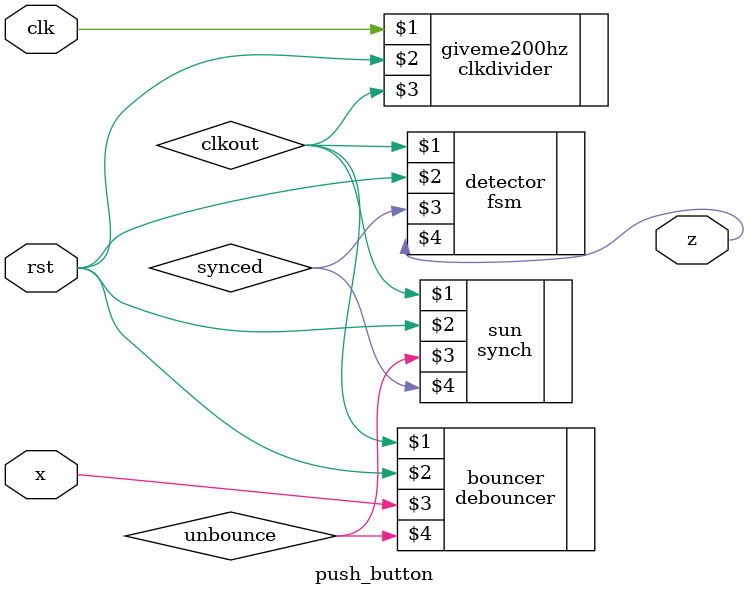
<source format=v>
`timescale 1ns / 1ps


module push_button(input clk, rst, x, output z);
   wire clkout, unbounce, synced;
   clkdivider #(250000) giveme200hz(clk, rst, clkout);
   debouncer bouncer(clkout, rst, x, unbounce);
   synch sun (clkout, rst, unbounce, synced);
   fsm detector(clkout, rst, synced, z);
endmodule



</source>
